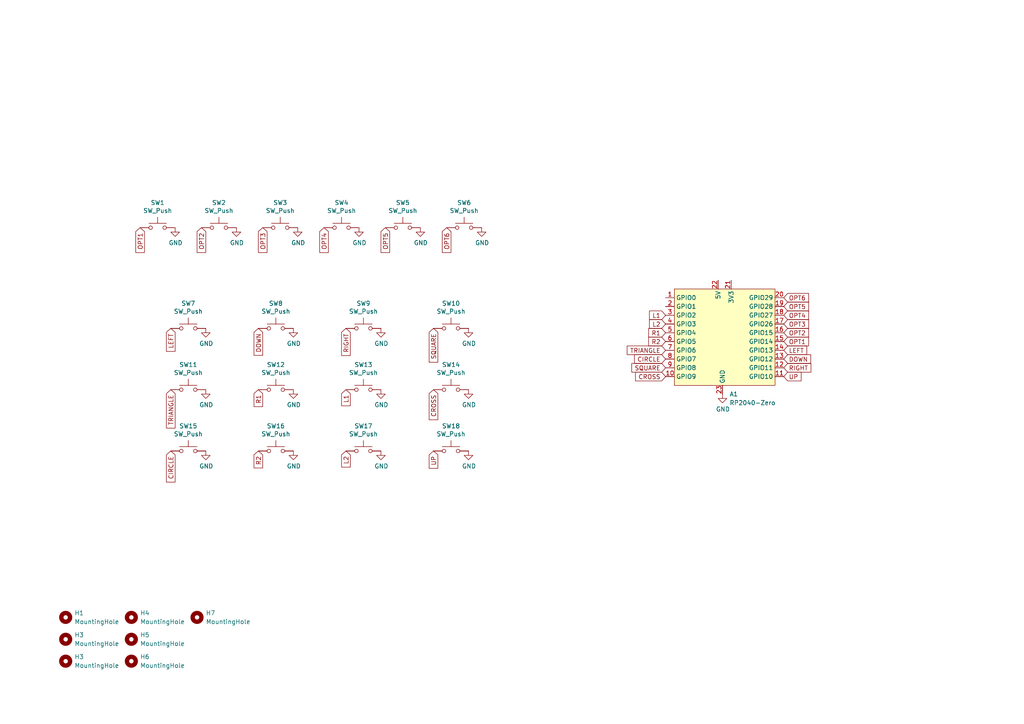
<source format=kicad_sch>
(kicad_sch (version 20231120) (generator "eeschema") (generator_version "8.0")
  (paper "A4")
  (lib_symbols
    (symbol "Mechanical:MountingHole" (pin_names (offset 1.016))
      (property "Reference" "H" (at 0 5.08 0))
      (property "Value" "MountingHole" (at 0 3.175 0))
      (symbol "MountingHole_0_1"
        (circle (center 0 0) (radius 1.27) (stroke (width 1.27)))
      )
    )
    (symbol "RP2040-Zero:RP2040-Zero"
      (property "Reference" "U" (at 0 1.27 0))
      (property "Value" "RP2040-Zero" (at 0 -1.27 0))
      (symbol "RP2040-Zero_0_1"
        (rectangle (start -13.97 12.7) (end 15.24 -15.24) (fill (type background)))
      )
      (symbol "RP2040-Zero_1_1"
        (pin bidirectional line (at -16.51 10.16 0) (length 2.54) (name "GPIO0") (number "1"))
        (pin bidirectional line (at -16.51 -12.7 0) (length 2.54) (name "GPIO9") (number "10"))
        (pin bidirectional line (at 17.78 -12.7 180) (length 2.54) (name "GPIO10") (number "11"))
        (pin bidirectional line (at 17.78 -10.16 180) (length 2.54) (name "GPIO11") (number "12"))
        (pin bidirectional line (at 17.78 -7.62 180) (length 2.54) (name "GPIO12") (number "13"))
        (pin bidirectional line (at 17.78 -5.08 180) (length 2.54) (name "GPIO13") (number "14"))
        (pin bidirectional line (at 17.78 -2.54 180) (length 2.54) (name "GPIO14") (number "15"))
        (pin bidirectional line (at 17.78 0 180) (length 2.54) (name "GPIO15") (number "16"))
        (pin bidirectional line (at 17.78 2.54 180) (length 2.54) (name "GPIO26") (number "17"))
        (pin bidirectional line (at 17.78 5.08 180) (length 2.54) (name "GPIO27") (number "18"))
        (pin bidirectional line (at 17.78 7.62 180) (length 2.54) (name "GPIO28") (number "19"))
        (pin bidirectional line (at -16.51 7.62 0) (length 2.54) (name "GPIO1") (number "2"))
        (pin bidirectional line (at 17.78 10.16 180) (length 2.54) (name "GPIO29") (number "20"))
        (pin power_out line (at 2.54 15.24 270) (length 2.54) (name "3V3") (number "21"))
        (pin power_in line (at -1.27 15.24 270) (length 2.54) (name "5V") (number "22"))
        (pin power_in line (at 0 -17.78 90) (length 2.54) (name "GND") (number "23"))
        (pin bidirectional line (at -16.51 5.08 0) (length 2.54) (name "GPIO2") (number "3"))
        (pin bidirectional line (at -16.51 2.54 0) (length 2.54) (name "GPIO3") (number "4"))
        (pin bidirectional line (at -16.51 0 0) (length 2.54) (name "GPIO4") (number "5"))
        (pin bidirectional line (at -16.51 -2.54 0) (length 2.54) (name "GPIO5") (number "6"))
        (pin bidirectional line (at -16.51 -5.08 0) (length 2.54) (name "GPIO6") (number "7"))
        (pin bidirectional line (at -16.51 -7.62 0) (length 2.54) (name "GPIO7") (number "8"))
        (pin bidirectional line (at -16.51 -10.16 0) (length 2.54) (name "GPIO8") (number "9"))
      )
    )
    (symbol "Switch:SW_Push" (pin_numbers hide) (pin_names (offset 1.016) hide)
      (property "Reference" "SW" (at 1.27 2.54 0))
      (property "Value" "SW_Push" (at 0 -1.524 0))
      (symbol "SW_Push_0_1"
        (circle (center -2.032 0) (radius 0.508))
        (polyline (pts (xy 0 1.27) (xy 0 3.048)))
        (polyline (pts (xy 2.54 1.27) (xy -2.54 1.27)))
        (circle (center 2.032 0) (radius 0.508))
        (pin passive line (at -5.08 0 0) (length 2.54) (name "1") (number "1"))
        (pin passive line (at 5.08 0 180) (length 2.54) (name "2") (number "2"))
      )
    )
    (symbol "power:GND" (power) (pin_names (offset 0))
      (property "Value" "GND" (at 0 -3.81 0))
      (symbol "GND_0_1"
        (polyline (pts (xy 0 0) (xy 0 -1.27) (xy 1.27 -1.27) (xy 0 -2.54) (xy -1.27 -1.27) (xy 0 -1.27)))
      )
      (symbol "GND_1_1"
        (pin power_in line (at 0 0 270) (length 0) hide (name "GND") (number "1"))
      )
    )
  )
  (global_label "TRIANGLE" (shape input) (at 49.53 113.03 270) (property "Intersheetrefs" "${INTERSHEET_REFS}" (effects (hide yes))))
  (global_label "CROSS" (shape input) (at 125.73 113.03 270) (property "Intersheetrefs" "${INTERSHEET_REFS}" (effects (hide yes))))
  (global_label "R2" (shape input) (at 74.93 130.81 270) (property "Intersheetrefs" "${INTERSHEET_REFS}" (effects (hide yes))))
  (global_label "TRIANGLE" (shape input) (at 193.04 101.6 180) (property "Intersheetrefs" "${INTERSHEET_REFS}" (effects (hide yes))))
  (global_label "OPT1" (shape input) (at 227.33 99.06 0) (property "Intersheetrefs" "${INTERSHEET_REFS}" (effects (hide yes))))
  (global_label "L2" (shape input) (at 100.33 130.81 270) (property "Intersheetrefs" "${INTERSHEET_REFS}" (effects (hide yes))))
  (global_label "R1" (shape input) (at 74.93 113.03 270) (property "Intersheetrefs" "${INTERSHEET_REFS}" (effects (hide yes))))
  (global_label "RIGHT" (shape input) (at 100.33 95.25 270) (property "Intersheetrefs" "${INTERSHEET_REFS}" (effects (hide yes))))
  (global_label "SQUARE" (shape input) (at 125.73 95.25 270) (property "Intersheetrefs" "${INTERSHEET_REFS}" (effects (hide yes))))
  (global_label "OPT6" (shape input) (at 129.54 66.04 270) (property "Intersheetrefs" "${INTERSHEET_REFS}" (effects (hide yes))))
  (global_label "SQUARE" (shape input) (at 193.04 106.68 180) (property "Intersheetrefs" "${INTERSHEET_REFS}" (effects (hide yes))))
  (global_label "OPT2" (shape input) (at 58.42 66.04 270) (property "Intersheetrefs" "${INTERSHEET_REFS}" (effects (hide yes))))
  (global_label "UP" (shape input) (at 125.73 130.81 270) (property "Intersheetrefs" "${INTERSHEET_REFS}" (effects (hide yes))))
  (global_label "RIGHT" (shape input) (at 227.33 106.68 0) (property "Intersheetrefs" "${INTERSHEET_REFS}" (effects (hide yes))))
  (global_label "R1" (shape input) (at 193.04 96.52 180) (property "Intersheetrefs" "${INTERSHEET_REFS}" (effects (hide yes))))
  (global_label "OPT3" (shape input) (at 227.33 93.98 0) (property "Intersheetrefs" "${INTERSHEET_REFS}" (effects (hide yes))))
  (global_label "CIRCLE" (shape input) (at 193.04 104.14 180) (property "Intersheetrefs" "${INTERSHEET_REFS}" (effects (hide yes))))
  (global_label "L2" (shape input) (at 193.04 93.98 180) (property "Intersheetrefs" "${INTERSHEET_REFS}" (effects (hide yes))))
  (global_label "CROSS" (shape input) (at 193.04 109.22 180) (property "Intersheetrefs" "${INTERSHEET_REFS}" (effects (hide yes))))
  (global_label "OPT4" (shape input) (at 227.33 91.44 0) (property "Intersheetrefs" "${INTERSHEET_REFS}" (effects (hide yes))))
  (global_label "DOWN" (shape input) (at 74.93 95.25 270) (property "Intersheetrefs" "${INTERSHEET_REFS}" (effects (hide yes))))
  (global_label "LEFT" (shape input) (at 227.33 101.6 0) (property "Intersheetrefs" "${INTERSHEET_REFS}" (effects (hide yes))))
  (global_label "OPT6" (shape input) (at 227.33 86.36 0) (property "Intersheetrefs" "${INTERSHEET_REFS}" (effects (hide yes))))
  (global_label "DOWN" (shape input) (at 227.33 104.14 0) (property "Intersheetrefs" "${INTERSHEET_REFS}" (effects (hide yes))))
  (global_label "R2" (shape input) (at 193.04 99.06 180) (property "Intersheetrefs" "${INTERSHEET_REFS}" (effects (hide yes))))
  (global_label "LEFT" (shape input) (at 49.53 95.25 270) (property "Intersheetrefs" "${INTERSHEET_REFS}" (effects (hide yes))))
  (global_label "UP" (shape input) (at 227.33 109.22 0) (property "Intersheetrefs" "${INTERSHEET_REFS}" (effects (hide yes))))
  (global_label "OPT4" (shape input) (at 93.98 66.04 270) (property "Intersheetrefs" "${INTERSHEET_REFS}" (effects (hide yes))))
  (global_label "OPT5" (shape input) (at 111.76 66.04 270) (property "Intersheetrefs" "${INTERSHEET_REFS}" (effects (hide yes))))
  (global_label "L1" (shape input) (at 100.33 113.03 270) (property "Intersheetrefs" "${INTERSHEET_REFS}" (effects (hide yes))))
  (global_label "CIRCLE" (shape input) (at 49.53 130.81 270) (property "Intersheetrefs" "${INTERSHEET_REFS}" (effects (hide yes))))
  (global_label "OPT1" (shape input) (at 40.64 66.04 270) (property "Intersheetrefs" "${INTERSHEET_REFS}" (effects (hide yes))))
  (global_label "OPT2" (shape input) (at 227.33 96.52 0) (property "Intersheetrefs" "${INTERSHEET_REFS}" (effects (hide yes))))
  (global_label "OPT3" (shape input) (at 76.2 66.04 270) (property "Intersheetrefs" "${INTERSHEET_REFS}" (effects (hide yes))))
  (global_label "OPT5" (shape input) (at 227.33 88.9 0) (property "Intersheetrefs" "${INTERSHEET_REFS}" (effects (hide yes))))
  (global_label "L1" (shape input) (at 193.04 91.44 180) (property "Intersheetrefs" "${INTERSHEET_REFS}" (effects (hide yes))))
  (symbol (lib_id "Switch:SW_Push") (at 45.72 66.04 0) (unit 1)
    (property "Reference" "SW1" (at 45.72 58.801 0))
    (property "Value" "SW_Push" (at 45.72 61.1124 0))
    (property "Footprint" "PCM_Switch_Keyboard_Hotswap_Kailh:SW_Hotswap_Kailh_Choc_V1V2_1.00u" (effects (hide yes)))
  )
  (symbol (lib_id "Switch:SW_Push") (at 63.5 66.04 0) (unit 1)
    (property "Reference" "SW2" (at 63.5 58.801 0))
    (property "Value" "SW_Push" (at 63.5 61.1124 0))
    (property "Footprint" "PCM_Switch_Keyboard_Hotswap_Kailh:SW_Hotswap_Kailh_Choc_V1V2_1.00u" (effects (hide yes)))
  )
  (symbol (lib_id "Switch:SW_Push") (at 81.28 66.04 0) (unit 1)
    (property "Reference" "SW3" (at 81.28 58.801 0))
    (property "Value" "SW_Push" (at 81.28 61.1124 0))
    (property "Footprint" "Button_Switch_THT:SW_PUSH_6mm_H5mm" (effects (hide yes)))
  )
  (symbol (lib_id "Switch:SW_Push") (at 99.06 66.04 0) (unit 1)
    (property "Reference" "SW4" (at 99.06 58.801 0))
    (property "Value" "SW_Push" (at 99.06 61.1124 0))
    (property "Footprint" "Button_Switch_THT:SW_PUSH_6mm_H5mm" (effects (hide yes)))
  )
  (symbol (lib_id "Switch:SW_Push") (at 116.84 66.04 0) (unit 1)
    (property "Reference" "SW5" (at 116.84 58.801 0))
    (property "Value" "SW_Push" (at 116.84 61.1124 0))
    (property "Footprint" "PCM_Switch_Keyboard_Hotswap_Kailh:SW_Hotswap_Kailh_Choc_V1V2_1.00u" (effects (hide yes)))
  )
  (symbol (lib_id "Switch:SW_Push") (at 134.62 66.04 0) (unit 1)
    (property "Reference" "SW6" (at 134.62 58.801 0))
    (property "Value" "SW_Push" (at 134.62 61.1124 0))
    (property "Footprint" "PCM_Switch_Keyboard_Hotswap_Kailh:SW_Hotswap_Kailh_Choc_V1V2_1.00u" (effects (hide yes)))
  )
  (symbol (lib_id "power:GND") (at 50.8 66.04 0) (unit 1)
    (property "Reference" "#PWR01" (effects (hide yes)))
    (property "Value" "GND" (at 50.927 70.4342 0))
  )
  (symbol (lib_id "power:GND") (at 68.58 66.04 0) (unit 1)
    (property "Reference" "#PWR02" (effects (hide yes)))
    (property "Value" "GND" (at 68.707 70.4342 0))
  )
  (symbol (lib_id "power:GND") (at 86.36 66.04 0) (unit 1)
    (property "Reference" "#PWR03" (effects (hide yes)))
    (property "Value" "GND" (at 86.487 70.4342 0))
  )
  (symbol (lib_id "power:GND") (at 104.14 66.04 0) (unit 1)
    (property "Reference" "#PWR04" (effects (hide yes)))
    (property "Value" "GND" (at 104.267 70.4342 0))
  )
  (symbol (lib_id "power:GND") (at 121.92 66.04 0) (unit 1)
    (property "Reference" "#PWR05" (effects (hide yes)))
    (property "Value" "GND" (at 122.047 70.4342 0))
  )
  (symbol (lib_id "power:GND") (at 139.7 66.04 0) (unit 1)
    (property "Reference" "#PWR06" (effects (hide yes)))
    (property "Value" "GND" (at 139.827 70.4342 0))
  )
  (symbol (lib_id "Switch:SW_Push") (at 54.61 95.25 0) (unit 1)
    (property "Reference" "SW7" (at 54.61 88.011 0))
    (property "Value" "SW_Push" (at 54.61 90.3224 0))
    (property "Footprint" "PCM_Switch_Keyboard_Hotswap_Kailh:SW_Hotswap_Kailh_Choc_V1V2" (effects (hide yes)))
  )
  (symbol (lib_id "Switch:SW_Push") (at 130.81 130.81 0) (unit 1)
    (property "Reference" "SW18" (at 130.81 123.571 0))
    (property "Value" "SW_Push" (at 130.81 125.8824 0))
    (property "Footprint" "PCM_Switch_Keyboard_Hotswap_Kailh:SW_Hotswap_Kailh_Choc_V1V2" (effects (hide yes)))
  )
  (symbol (lib_id "Switch:SW_Push") (at 80.01 113.03 0) (unit 1)
    (property "Reference" "SW12" (at 80.01 105.791 0))
    (property "Value" "SW_Push" (at 80.01 108.1024 0))
    (property "Footprint" "PCM_Switch_Keyboard_Hotswap_Kailh:SW_Hotswap_Kailh_Choc_V1V2" (effects (hide yes)))
  )
  (symbol (lib_id "Switch:SW_Push") (at 54.61 130.81 0) (unit 1)
    (property "Reference" "SW15" (at 54.61 123.571 0))
    (property "Value" "SW_Push" (at 54.61 125.8824 0))
    (property "Footprint" "PCM_Switch_Keyboard_Hotswap_Kailh:SW_Hotswap_Kailh_Choc_V1V2" (effects (hide yes)))
  )
  (symbol (lib_id "Switch:SW_Push") (at 80.01 95.25 0) (unit 1)
    (property "Reference" "SW8" (at 80.01 88.011 0))
    (property "Value" "SW_Push" (at 80.01 90.3224 0))
    (property "Footprint" "PCM_Switch_Keyboard_Hotswap_Kailh:SW_Hotswap_Kailh_Choc_V1V2" (effects (hide yes)))
  )
  (symbol (lib_id "Switch:SW_Push") (at 130.81 95.25 0) (unit 1)
    (property "Reference" "SW10" (at 130.81 88.011 0))
    (property "Value" "SW_Push" (at 130.81 90.3224 0))
    (property "Footprint" "PCM_Switch_Keyboard_Hotswap_Kailh:SW_Hotswap_Kailh_Choc_V1V2" (effects (hide yes)))
  )
  (symbol (lib_id "Switch:SW_Push") (at 105.41 113.03 0) (unit 1)
    (property "Reference" "SW13" (at 105.41 105.791 0))
    (property "Value" "SW_Push" (at 105.41 108.1024 0))
    (property "Footprint" "Kailh:Kailh_socket_PG1350_optional" (effects (hide yes)))
  )
  (symbol (lib_id "Switch:SW_Push") (at 80.01 130.81 0) (unit 1)
    (property "Reference" "SW16" (at 80.01 123.571 0))
    (property "Value" "SW_Push" (at 80.01 125.8824 0))
    (property "Footprint" "PCM_Switch_Keyboard_Hotswap_Kailh:SW_Hotswap_Kailh_Choc_V1V2" (effects (hide yes)))
  )
  (symbol (lib_id "Switch:SW_Push") (at 105.41 95.25 0) (unit 1)
    (property "Reference" "SW9" (at 105.41 88.011 0))
    (property "Value" "SW_Push" (at 105.41 90.3224 0))
    (property "Footprint" "PCM_Switch_Keyboard_Hotswap_Kailh:SW_Hotswap_Kailh_Choc_V1V2" (effects (hide yes)))
  )
  (symbol (lib_id "Switch:SW_Push") (at 54.61 113.03 0) (unit 1)
    (property "Reference" "SW11" (at 54.61 105.791 0))
    (property "Value" "SW_Push" (at 54.61 108.1024 0))
    (property "Footprint" "PCM_Switch_Keyboard_Hotswap_Kailh:SW_Hotswap_Kailh_Choc_V1V2" (effects (hide yes)))
  )
  (symbol (lib_id "Switch:SW_Push") (at 130.81 113.03 0) (unit 1)
    (property "Reference" "SW14" (at 130.81 105.791 0))
    (property "Value" "SW_Push" (at 130.81 108.1024 0))
    (property "Footprint" "PCM_Switch_Keyboard_Hotswap_Kailh:SW_Hotswap_Kailh_Choc_V1V2" (effects (hide yes)))
  )
  (symbol (lib_id "Switch:SW_Push") (at 105.41 130.81 0) (unit 1)
    (property "Reference" "SW17" (at 105.41 123.571 0))
    (property "Value" "SW_Push" (at 105.41 125.8824 0))
    (property "Footprint" "Kailh:Kailh_socket_PG1350_optional" (effects (hide yes)))
  )
  (symbol (lib_id "power:GND") (at 59.69 95.25 0) (unit 1)
    (property "Reference" "#PWR07" (effects (hide yes)))
    (property "Value" "GND" (at 59.817 99.6442 0))
  )
  (symbol (lib_id "power:GND") (at 135.89 130.81 0) (unit 1)
    (property "Reference" "#PWR018" (effects (hide yes)))
    (property "Value" "GND" (at 136.017 135.2042 0))
  )
  (symbol (lib_id "power:GND") (at 85.09 113.03 0) (unit 1)
    (property "Reference" "#PWR012" (effects (hide yes)))
    (property "Value" "GND" (at 85.217 117.4242 0))
  )
  (symbol (lib_id "power:GND") (at 59.69 130.81 0) (unit 1)
    (property "Reference" "#PWR015" (effects (hide yes)))
    (property "Value" "GND" (at 59.817 135.2042 0))
  )
  (symbol (lib_id "power:GND") (at 85.09 95.25 0) (unit 1)
    (property "Reference" "#PWR08" (effects (hide yes)))
    (property "Value" "GND" (at 85.217 99.6442 0))
  )
  (symbol (lib_id "power:GND") (at 135.89 95.25 0) (unit 1)
    (property "Reference" "#PWR010" (effects (hide yes)))
    (property "Value" "GND" (at 136.017 99.6442 0))
  )
  (symbol (lib_id "power:GND") (at 110.49 113.03 0) (unit 1)
    (property "Reference" "#PWR013" (effects (hide yes)))
    (property "Value" "GND" (at 110.617 117.4242 0))
  )
  (symbol (lib_id "power:GND") (at 85.09 130.81 0) (unit 1)
    (property "Reference" "#PWR016" (effects (hide yes)))
    (property "Value" "GND" (at 85.217 135.2042 0))
  )
  (symbol (lib_id "power:GND") (at 110.49 130.81 0) (unit 1)
    (property "Reference" "#PWR017" (effects (hide yes)))
    (property "Value" "GND" (at 110.617 135.2042 0))
  )
  (symbol (lib_id "power:GND") (at 135.89 113.03 0) (unit 1)
    (property "Reference" "#PWR014" (effects (hide yes)))
    (property "Value" "GND" (at 136.017 117.4242 0))
  )
  (symbol (lib_id "power:GND") (at 59.69 113.03 0) (unit 1)
    (property "Reference" "#PWR011" (effects (hide yes)))
    (property "Value" "GND" (at 59.817 117.4242 0))
  )
  (symbol (lib_id "power:GND") (at 110.49 95.25 0) (unit 1)
    (property "Reference" "#PWR09" (effects (hide yes)))
    (property "Value" "GND" (at 110.617 99.6442 0))
  )
  (symbol (lib_id "power:GND") (at 209.55 114.3 0) (unit 1)
    (property "Reference" "#PWR0102" (effects (hide yes)))
    (property "Value" "GND" (at 209.677 118.6942 0))
  )
  (symbol (lib_id "Mechanical:MountingHole") (at 19.05 191.77 0) (unit 1)
    (property "Reference" "H3" (at 21.59 190.4999 0) (effects (justify left)))
    (property "Value" "MountingHole" (at 21.59 193.0399 0) (effects (justify left)))
    (property "Footprint" "MountingHole:MountingHole_6.4mm_M6" (effects (hide yes)))
  )
  (symbol (lib_id "Mechanical:MountingHole") (at 19.05 179.07 0) (unit 1)
    (property "Reference" "H1" (at 21.59 177.7999 0) (effects (justify left)))
    (property "Value" "MountingHole" (at 21.59 180.3399 0) (effects (justify left)))
    (property "Footprint" "MountingHole:MountingHole_6.4mm_M6" (effects (hide yes)))
  )
  (symbol (lib_id "Mechanical:MountingHole") (at 57.15 179.07 0) (unit 1)
    (property "Reference" "H7" (at 59.69 177.7999 0) (effects (justify left)))
    (property "Value" "MountingHole" (at 59.69 180.3399 0) (effects (justify left)))
    (property "Footprint" "MountingHole:MountingHole_6.4mm_M6" (effects (hide yes)))
  )
  (symbol (lib_id "Mechanical:MountingHole") (at 38.1 179.07 0) (unit 1)
    (property "Reference" "H4" (at 40.64 177.7999 0) (effects (justify left)))
    (property "Value" "MountingHole" (at 40.64 180.3399 0) (effects (justify left)))
    (property "Footprint" "MountingHole:MountingHole_6.4mm_M6" (effects (hide yes)))
  )
  (symbol (lib_id "RP2040-Zero:RP2040-Zero") (at 209.55 96.52 0) (unit 1)
    (property "Reference" "A1" (at 211.5694 114.3 0) (effects (justify left)))
    (property "Value" "RP2040-Zero" (at 211.5694 116.84 0) (effects (justify left)))
    (property "Footprint" "RP2040-Zero:RP2040-Zero" (effects (hide yes)))
  )
  (symbol (lib_id "Mechanical:MountingHole") (at 38.1 185.42 0) (unit 1)
    (property "Reference" "H5" (at 40.64 184.1499 0) (effects (justify left)))
    (property "Value" "MountingHole" (at 40.64 186.6899 0) (effects (justify left)))
    (property "Footprint" "MountingHole:MountingHole_6.4mm_M6" (effects (hide yes)))
  )
  (symbol (lib_id "Mechanical:MountingHole") (at 38.1 191.77 0) (unit 1)
    (property "Reference" "H6" (at 40.64 190.4999 0) (effects (justify left)))
    (property "Value" "MountingHole" (at 40.64 193.0399 0) (effects (justify left)))
    (property "Footprint" "MountingHole:MountingHole_6.4mm_M6" (effects (hide yes)))
  )
  (symbol (lib_id "Mechanical:MountingHole") (at 19.05 185.42 0) (unit 1)
    (property "Reference" "H3" (at 21.59 184.1499 0) (effects (justify left)))
    (property "Value" "MountingHole" (at 21.59 186.6899 0) (effects (justify left)))
    (property "Footprint" "MountingHole:MountingHole_6.4mm_M6" (effects (hide yes)))
  )
)
</source>
